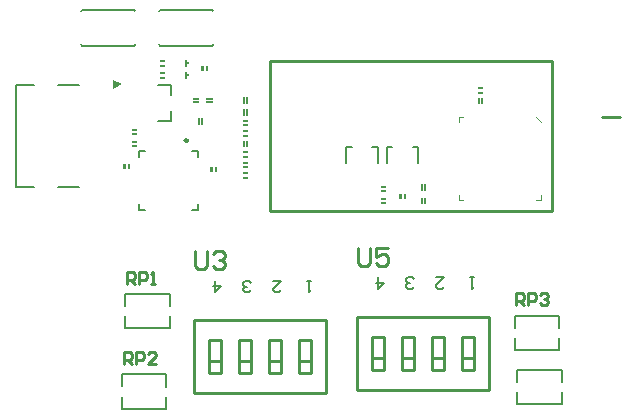
<source format=gto>
G04*
G04 #@! TF.GenerationSoftware,Altium Limited,Altium Designer,19.0.4 (130)*
G04*
G04 Layer_Color=65535*
%FSLAX24Y24*%
%MOIN*%
G70*
G01*
G75*
%ADD10C,0.0098*%
%ADD11C,0.0079*%
%ADD12C,0.0100*%
%ADD13C,0.0010*%
%ADD14C,0.0039*%
%ADD15C,0.0060*%
%ADD16C,0.0080*%
G36*
X4965Y2500D02*
X4835D01*
Y2535D01*
X4965D01*
Y2500D01*
D02*
G37*
G36*
Y2345D02*
X4835D01*
X4835Y2380D01*
X4965D01*
X4965Y2345D01*
D02*
G37*
G36*
X5685Y2465D02*
X5755D01*
Y2415D01*
X5685D01*
Y2335D01*
X5645D01*
Y2545D01*
X5685D01*
Y2465D01*
D02*
G37*
G36*
X6395Y2185D02*
X6360D01*
Y2315D01*
X6395D01*
Y2185D01*
D02*
G37*
G36*
X6240Y2315D02*
Y2185D01*
X6205Y2185D01*
Y2315D01*
X6240Y2315D01*
D02*
G37*
G36*
X4965Y2100D02*
X4835D01*
Y2135D01*
X4965D01*
Y2100D01*
D02*
G37*
G36*
Y1945D02*
X4835D01*
X4835Y1980D01*
X4965D01*
X4965Y1945D01*
D02*
G37*
G36*
X5685Y2065D02*
X5755D01*
Y2015D01*
X5685D01*
Y1935D01*
X5645D01*
Y2145D01*
X5685D01*
Y2065D01*
D02*
G37*
G36*
X15545Y1599D02*
X15415D01*
X15415Y1634D01*
X15545D01*
X15545Y1599D01*
D02*
G37*
G36*
X3550Y1725D02*
X3250Y1575D01*
Y1875D01*
X3550Y1725D01*
D02*
G37*
G36*
X15545Y1444D02*
X15415D01*
Y1479D01*
X15545D01*
Y1444D01*
D02*
G37*
G36*
X6540Y1230D02*
X6360D01*
Y1265D01*
X6540D01*
Y1230D01*
D02*
G37*
G36*
X6090D02*
X5910D01*
Y1265D01*
X6090D01*
Y1230D01*
D02*
G37*
G36*
X6540Y1135D02*
X6360D01*
Y1170D01*
X6540D01*
Y1135D01*
D02*
G37*
G36*
X6090D02*
X5910D01*
Y1170D01*
X6090D01*
Y1135D01*
D02*
G37*
G36*
X7715Y1110D02*
X7680D01*
Y1290D01*
X7715D01*
Y1110D01*
D02*
G37*
G36*
X7620D02*
X7585D01*
Y1290D01*
X7620D01*
Y1110D01*
D02*
G37*
G36*
X15545Y1099D02*
X15510D01*
Y1279D01*
X15545D01*
Y1099D01*
D02*
G37*
G36*
X15450D02*
X15415D01*
Y1279D01*
X15450D01*
Y1099D01*
D02*
G37*
G36*
X7715Y710D02*
X7680D01*
Y890D01*
X7715D01*
Y710D01*
D02*
G37*
G36*
X7620D02*
X7585D01*
Y890D01*
X7620D01*
Y710D01*
D02*
G37*
G36*
X7715Y510D02*
X7585D01*
X7585Y545D01*
X7715D01*
X7715Y510D01*
D02*
G37*
G36*
X6215Y410D02*
X6180D01*
Y590D01*
X6215D01*
Y410D01*
D02*
G37*
G36*
X6120D02*
X6085D01*
Y590D01*
X6120D01*
Y410D01*
D02*
G37*
G36*
X7715Y355D02*
X7585D01*
Y390D01*
X7715D01*
Y355D01*
D02*
G37*
G36*
X4015Y210D02*
X3885D01*
Y245D01*
X4015D01*
Y210D01*
D02*
G37*
G36*
X7715Y160D02*
X7585D01*
X7585Y195D01*
X7715D01*
X7715Y160D01*
D02*
G37*
G36*
X4015Y55D02*
X3885D01*
X3885Y90D01*
X4015D01*
X4015Y55D01*
D02*
G37*
G36*
X7715Y5D02*
X7585D01*
Y40D01*
X7715D01*
Y5D01*
D02*
G37*
G36*
X4015Y-190D02*
X3885D01*
Y-155D01*
X4015D01*
Y-190D01*
D02*
G37*
G36*
X7715Y-340D02*
X7680D01*
Y-160D01*
X7715D01*
Y-340D01*
D02*
G37*
G36*
X7620D02*
X7585D01*
Y-160D01*
X7620D01*
Y-340D01*
D02*
G37*
G36*
X4015Y-345D02*
X3885D01*
X3885Y-310D01*
X4015D01*
X4015Y-345D01*
D02*
G37*
G36*
X7715Y-540D02*
X7585D01*
X7585Y-505D01*
X7715D01*
X7715Y-540D01*
D02*
G37*
G36*
X7715Y-695D02*
X7585D01*
Y-660D01*
X7715D01*
Y-695D01*
D02*
G37*
G36*
X7715Y-890D02*
X7585D01*
X7585Y-855D01*
X7715D01*
X7715Y-890D01*
D02*
G37*
G36*
X7715Y-1045D02*
X7585D01*
Y-1010D01*
X7715D01*
Y-1045D01*
D02*
G37*
G36*
X3795Y-1065D02*
X3760D01*
Y-935D01*
X3795D01*
Y-1065D01*
D02*
G37*
G36*
X3640Y-935D02*
Y-1065D01*
X3605Y-1065D01*
Y-935D01*
X3640Y-935D01*
D02*
G37*
G36*
X6695Y-1165D02*
X6660D01*
Y-1035D01*
X6695D01*
Y-1165D01*
D02*
G37*
G36*
X6540Y-1035D02*
Y-1165D01*
X6505Y-1165D01*
Y-1035D01*
X6540Y-1035D01*
D02*
G37*
G36*
X7715Y-1240D02*
X7585D01*
X7585Y-1205D01*
X7715D01*
X7715Y-1240D01*
D02*
G37*
G36*
X7715Y-1395D02*
X7585D01*
Y-1360D01*
X7715D01*
Y-1395D01*
D02*
G37*
G36*
X12315Y-1690D02*
X12185D01*
Y-1655D01*
X12315D01*
Y-1690D01*
D02*
G37*
G36*
X13665Y-1790D02*
X13630D01*
Y-1610D01*
X13665D01*
Y-1790D01*
D02*
G37*
G36*
X13570D02*
X13535D01*
Y-1610D01*
X13570D01*
Y-1790D01*
D02*
G37*
G36*
X12315Y-1845D02*
X12185D01*
X12185Y-1810D01*
X12315D01*
X12315Y-1845D01*
D02*
G37*
G36*
X12995Y-2065D02*
X12960Y-2065D01*
Y-1935D01*
X12995Y-1935D01*
Y-2065D01*
D02*
G37*
G36*
X12840D02*
X12805D01*
Y-1935D01*
X12840D01*
Y-2065D01*
D02*
G37*
G36*
X12315Y-2090D02*
X12185D01*
X12185Y-2055D01*
X12315D01*
X12315Y-2090D01*
D02*
G37*
G36*
X13665Y-2240D02*
X13630D01*
Y-2060D01*
X13665D01*
Y-2240D01*
D02*
G37*
G36*
X13570D02*
X13535D01*
Y-2060D01*
X13570D01*
Y-2240D01*
D02*
G37*
G36*
X12315Y-2245D02*
X12185D01*
Y-2210D01*
X12315D01*
Y-2245D01*
D02*
G37*
D10*
X5749Y-150D02*
G03*
X5749Y-150I-49J0D01*
G01*
D11*
X5034Y-8355D02*
Y-7946D01*
X3561Y-7946D02*
X5034Y-7946D01*
X3561Y-8347D02*
Y-7946D01*
X3561Y-9095D02*
Y-8686D01*
Y-9095D02*
X5034Y-9095D01*
Y-8702D01*
X5144Y-6405D02*
Y-6012D01*
X3671Y-6405D02*
X5144Y-6405D01*
X3671Y-6405D02*
Y-5996D01*
X3671Y-5657D02*
Y-5256D01*
X5144Y-5256D01*
Y-5665D02*
Y-5256D01*
X18116Y-7141D02*
Y-6747D01*
X16644Y-7141D02*
X18116Y-7141D01*
X16644Y-7141D02*
Y-6731D01*
X16644Y-6393D02*
Y-5991D01*
X18116Y-5991D01*
Y-6401D02*
Y-5991D01*
X18206Y-8941D02*
Y-8547D01*
X16734Y-8941D02*
X18206Y-8941D01*
X16734Y-8941D02*
Y-8531D01*
X16734Y-8193D02*
Y-7791D01*
X18206Y-7791D01*
Y-8201D02*
Y-7791D01*
X13422Y-889D02*
Y-357D01*
X12378Y-889D02*
Y-357D01*
X12377D02*
X12556D01*
X13244D02*
X13422D01*
X12072Y-889D02*
Y-357D01*
X11028Y-889D02*
Y-357D01*
X11027D02*
X11206D01*
X11894D02*
X12072D01*
X5204Y490D02*
Y824D01*
X4771Y490D02*
X5204D01*
Y1376D02*
Y1710D01*
X4771D02*
X5204D01*
D12*
X6450Y-6810D02*
X6850D01*
X6450Y-7910D02*
Y-6810D01*
Y-7910D02*
X6850D01*
Y-6810D01*
X6500Y-7510D02*
X6850D01*
X7450Y-6810D02*
X7850D01*
X7450Y-7910D02*
Y-6810D01*
Y-7910D02*
X7850D01*
Y-6810D01*
X7500Y-7510D02*
X7850D01*
X8450Y-6810D02*
X8850D01*
X8450Y-7910D02*
Y-6810D01*
Y-7910D02*
X8850D01*
Y-6810D01*
X8500Y-7510D02*
X8850D01*
X9500D02*
X9850D01*
X9450Y-6810D02*
X9850D01*
X9450Y-7910D02*
Y-6810D01*
Y-7910D02*
X9850D01*
Y-6810D01*
X5945Y-6140D02*
X10355D01*
X5945Y-8580D02*
Y-6140D01*
Y-8580D02*
X10355D01*
Y-6140D01*
X11890Y-6690D02*
X12290D01*
X11890Y-7790D02*
Y-6690D01*
Y-7790D02*
X12290D01*
Y-6690D01*
X11940Y-7390D02*
X12290D01*
X12890Y-6690D02*
X13290D01*
X12890Y-7790D02*
Y-6690D01*
Y-7790D02*
X13290D01*
Y-6690D01*
X12940Y-7390D02*
X13290D01*
X13890Y-6690D02*
X14290D01*
X13890Y-7790D02*
Y-6690D01*
Y-7790D02*
X14290D01*
Y-6690D01*
X13940Y-7390D02*
X14290D01*
X14940D02*
X15290D01*
X14890Y-6690D02*
X15290D01*
X14890Y-7790D02*
Y-6690D01*
Y-7790D02*
X15290D01*
Y-6690D01*
X11385Y-6020D02*
X15795D01*
X11385Y-8460D02*
Y-6020D01*
Y-8460D02*
X15795D01*
Y-6020D01*
X8500Y-2500D02*
X17900D01*
Y2500D01*
X8500Y-2500D02*
Y2500D01*
X17900D01*
X19550Y620D02*
X20160D01*
X11431Y-3719D02*
Y-4219D01*
X11531Y-4319D01*
X11731D01*
X11831Y-4219D01*
Y-3719D01*
X12431D02*
X12031D01*
Y-4019D01*
X12231Y-3919D01*
X12331D01*
X12431Y-4019D01*
Y-4219D01*
X12331Y-4319D01*
X12131D01*
X12031Y-4219D01*
X5991Y-3839D02*
Y-4339D01*
X6091Y-4439D01*
X6291D01*
X6391Y-4339D01*
Y-3839D01*
X6591Y-3939D02*
X6691Y-3839D01*
X6891D01*
X6991Y-3939D01*
Y-4039D01*
X6891Y-4139D01*
X6791D01*
X6891D01*
X6991Y-4239D01*
Y-4339D01*
X6891Y-4439D01*
X6691D01*
X6591Y-4339D01*
X16701Y-5649D02*
Y-5249D01*
X16901D01*
X16968Y-5316D01*
Y-5449D01*
X16901Y-5516D01*
X16701D01*
X16835D02*
X16968Y-5649D01*
X17101D02*
Y-5249D01*
X17301D01*
X17368Y-5316D01*
Y-5449D01*
X17301Y-5516D01*
X17101D01*
X17501Y-5316D02*
X17568Y-5249D01*
X17701D01*
X17768Y-5316D01*
Y-5382D01*
X17701Y-5449D01*
X17634D01*
X17701D01*
X17768Y-5516D01*
Y-5582D01*
X17701Y-5649D01*
X17568D01*
X17501Y-5582D01*
X3625Y-7609D02*
Y-7209D01*
X3825D01*
X3891Y-7276D01*
Y-7409D01*
X3825Y-7476D01*
X3625D01*
X3758D02*
X3891Y-7609D01*
X4025D02*
Y-7209D01*
X4225D01*
X4291Y-7276D01*
Y-7409D01*
X4225Y-7476D01*
X4025D01*
X4691Y-7609D02*
X4425D01*
X4691Y-7342D01*
Y-7276D01*
X4625Y-7209D01*
X4491D01*
X4425Y-7276D01*
X3736Y-4919D02*
Y-4519D01*
X3936D01*
X4003Y-4586D01*
Y-4719D01*
X3936Y-4786D01*
X3736D01*
X3870D02*
X4003Y-4919D01*
X4136D02*
Y-4519D01*
X4336D01*
X4403Y-4586D01*
Y-4719D01*
X4336Y-4786D01*
X4136D01*
X4536Y-4919D02*
X4669D01*
X4603D01*
Y-4519D01*
X4536Y-4586D01*
D13*
X13535Y-2060D02*
X13570D01*
X13535Y-2240D02*
X13570D01*
Y-2060D01*
X13535Y-2240D02*
Y-2060D01*
X13665Y-2240D02*
Y-2060D01*
X13630Y-2240D02*
Y-2060D01*
X13665D01*
X13630Y-2240D02*
X13665D01*
X6090Y1230D02*
Y1265D01*
X5910Y1230D02*
Y1265D01*
Y1230D02*
X6090D01*
X5910Y1265D02*
X6090D01*
X5910Y1135D02*
X6090D01*
X5910Y1170D02*
X6090D01*
Y1135D02*
Y1170D01*
X5910Y1135D02*
Y1170D01*
X12185Y-1655D02*
X12315D01*
Y-1690D02*
Y-1655D01*
X12185Y-1690D02*
X12315D01*
X12185D02*
Y-1655D01*
X12315Y-1845D02*
Y-1810D01*
X12185D02*
X12315D01*
X12185Y-1845D02*
Y-1810D01*
Y-1845D02*
X12315D01*
X12185Y-2245D02*
X12315D01*
X12185D02*
Y-2210D01*
X12315D01*
Y-2245D02*
Y-2210D01*
X12185Y-2090D02*
Y-2055D01*
Y-2090D02*
X12315D01*
Y-2055D01*
X12185D02*
X12315D01*
X6180Y410D02*
X6215D01*
X6180Y590D02*
X6215D01*
X6180Y410D02*
Y590D01*
X6215Y410D02*
Y590D01*
X6085Y410D02*
Y590D01*
X6120Y410D02*
Y590D01*
X6085Y410D02*
X6120D01*
X6085Y590D02*
X6120D01*
X6360Y1135D02*
Y1170D01*
X6540Y1135D02*
Y1170D01*
X6360D02*
X6540D01*
X6360Y1135D02*
X6540D01*
X6360Y1265D02*
X6540D01*
X6360Y1230D02*
X6540D01*
X6360D02*
Y1265D01*
X6540Y1230D02*
Y1265D01*
X3605Y-1065D02*
Y-935D01*
X3640D01*
Y-1065D02*
Y-935D01*
X3605Y-1065D02*
X3640D01*
X3760Y-935D02*
X3795D01*
X3760Y-1065D02*
Y-935D01*
Y-1065D02*
X3795D01*
Y-935D01*
X12995Y-2065D02*
Y-1935D01*
X12960Y-2065D02*
X12995D01*
X12960D02*
Y-1935D01*
X12995D01*
X12805Y-2065D02*
X12840D01*
Y-1935D01*
X12805D02*
X12840D01*
X12805Y-2065D02*
Y-1935D01*
X6505Y-1165D02*
Y-1035D01*
X6540D01*
Y-1165D02*
Y-1035D01*
X6505Y-1165D02*
X6540D01*
X6660Y-1035D02*
X6695D01*
X6660Y-1165D02*
Y-1035D01*
Y-1165D02*
X6695D01*
Y-1035D01*
X13630Y-1790D02*
X13665D01*
X13630Y-1610D02*
X13665D01*
X13630Y-1790D02*
Y-1610D01*
X13665Y-1790D02*
Y-1610D01*
X13535Y-1790D02*
Y-1610D01*
X13570Y-1790D02*
Y-1610D01*
X13535Y-1790D02*
X13570D01*
X13535Y-1610D02*
X13570D01*
X15415Y1634D02*
X15545D01*
Y1599D02*
Y1634D01*
X15415Y1599D02*
X15545D01*
X15415D02*
Y1634D01*
X15545Y1444D02*
Y1479D01*
X15415D02*
X15545D01*
X15415Y1444D02*
Y1479D01*
Y1444D02*
X15545D01*
X15415Y1279D02*
X15450D01*
X15415Y1099D02*
X15450D01*
Y1279D01*
X15415Y1099D02*
Y1279D01*
X15545Y1099D02*
Y1279D01*
X15510Y1099D02*
Y1279D01*
X15545D01*
X15510Y1099D02*
X15545D01*
X3885Y-345D02*
X4015D01*
X3885D02*
Y-310D01*
X4015D01*
Y-345D02*
Y-310D01*
X3885Y-190D02*
Y-155D01*
Y-190D02*
X4015D01*
Y-155D01*
X3885D02*
X4015D01*
X3885Y55D02*
X4015D01*
X3885D02*
Y90D01*
X4015D01*
Y55D02*
Y90D01*
X3885Y210D02*
Y245D01*
Y210D02*
X4015D01*
Y245D01*
X3885D02*
X4015D01*
X7680Y710D02*
X7715D01*
X7680Y890D02*
X7715D01*
X7680Y710D02*
Y890D01*
X7715Y710D02*
Y890D01*
X7585Y710D02*
Y890D01*
X7620Y710D02*
Y890D01*
X7585Y710D02*
X7620D01*
X7585Y890D02*
X7620D01*
X5645Y2145D02*
X5685D01*
Y2015D02*
X5755D01*
X5685Y2065D02*
X5755D01*
X5645Y1935D02*
X5685D01*
Y2015D01*
X5755D02*
Y2065D01*
X5685D02*
Y2145D01*
X5645Y1935D02*
Y2145D01*
X4835Y1945D02*
X4965D01*
X4835D02*
Y1980D01*
X4965D01*
Y1945D02*
Y1980D01*
X4835Y2100D02*
Y2135D01*
Y2100D02*
X4965D01*
Y2135D01*
X4835D02*
X4965D01*
X5645Y2545D02*
X5685D01*
Y2415D02*
X5755D01*
X5685Y2465D02*
X5755D01*
X5645Y2335D02*
X5685D01*
Y2415D01*
X5755D02*
Y2465D01*
X5685D02*
Y2545D01*
X5645Y2335D02*
Y2545D01*
X4835Y2345D02*
X4965D01*
X4835D02*
Y2380D01*
X4965D01*
Y2345D02*
Y2380D01*
X4835Y2500D02*
Y2535D01*
Y2500D02*
X4965D01*
Y2535D01*
X4835D02*
X4965D01*
X7585Y-855D02*
X7715D01*
Y-890D02*
Y-855D01*
X7585Y-890D02*
X7715D01*
X7585D02*
Y-855D01*
X7715Y-1045D02*
Y-1010D01*
X7585D02*
X7715D01*
X7585Y-1045D02*
Y-1010D01*
Y-1045D02*
X7715D01*
X7585Y-1205D02*
X7715D01*
Y-1240D02*
Y-1205D01*
X7585Y-1240D02*
X7715D01*
X7585D02*
Y-1205D01*
X7715Y-1395D02*
Y-1360D01*
X7585D02*
X7715D01*
X7585Y-1395D02*
Y-1360D01*
Y-1395D02*
X7715D01*
X7585Y-505D02*
X7715D01*
Y-540D02*
Y-505D01*
X7585Y-540D02*
X7715D01*
X7585D02*
Y-505D01*
X7715Y-695D02*
Y-660D01*
X7585D02*
X7715D01*
X7585Y-695D02*
Y-660D01*
Y-695D02*
X7715D01*
X6205Y2185D02*
Y2315D01*
X6240D01*
Y2185D02*
Y2315D01*
X6205Y2185D02*
X6240D01*
X6360Y2315D02*
X6395D01*
X6360Y2185D02*
Y2315D01*
Y2185D02*
X6395D01*
Y2315D01*
X7585Y195D02*
X7715D01*
Y160D02*
Y195D01*
X7585Y160D02*
X7715D01*
X7585D02*
Y195D01*
X7715Y5D02*
Y40D01*
X7585D02*
X7715D01*
X7585Y5D02*
Y40D01*
Y5D02*
X7715D01*
X7585Y545D02*
X7715D01*
Y510D02*
Y545D01*
X7585Y510D02*
X7715D01*
X7585D02*
Y545D01*
X7715Y355D02*
Y390D01*
X7585D02*
X7715D01*
X7585Y355D02*
Y390D01*
Y355D02*
X7715D01*
X7680Y-340D02*
X7715D01*
X7680Y-160D02*
X7715D01*
X7680Y-340D02*
Y-160D01*
X7715Y-340D02*
Y-160D01*
X7585Y-340D02*
Y-160D01*
X7620Y-340D02*
Y-160D01*
X7585Y-340D02*
X7620D01*
X7585Y-160D02*
X7620D01*
X7680Y1110D02*
X7715D01*
X7680Y1290D02*
X7715D01*
X7680Y1110D02*
Y1290D01*
X7715Y1110D02*
Y1290D01*
X7585Y1110D02*
Y1290D01*
X7620Y1110D02*
Y1290D01*
X7585Y1110D02*
X7620D01*
X7585Y1290D02*
X7620D01*
D14*
X17370Y628D02*
X17528Y470D01*
X14772Y-2128D02*
X14930D01*
X14772Y470D02*
Y628D01*
X14930D01*
X14772Y-2128D02*
Y-1970D01*
X17528Y-2128D02*
Y-1970D01*
X17370Y-2128D02*
X17528D01*
D15*
X4115Y-515D02*
X4318D01*
X5882D02*
X6085D01*
Y-2485D02*
Y-2282D01*
X4115Y-2485D02*
X4318D01*
X4115Y-718D02*
Y-515D01*
X6085Y-718D02*
Y-515D01*
X4115Y-2485D02*
Y-2282D01*
X5882Y-2485D02*
X6085D01*
X6560Y4190D02*
X6600Y4150D01*
X4840Y4190D02*
X6560D01*
X6570Y3010D02*
X6610Y3050D01*
X4830Y3010D02*
X6570D01*
X4790Y3050D02*
X4830Y3010D01*
X4800Y4150D02*
X4840Y4190D01*
X3960D02*
X4000Y4150D01*
X2240Y4190D02*
X3960D01*
X3970Y3010D02*
X4010Y3050D01*
X2230Y3010D02*
X3970D01*
X2190Y3050D02*
X2230Y3010D01*
X2200Y4150D02*
X2240Y4190D01*
D16*
X34Y-1703D02*
Y1703D01*
X636D01*
X1436Y1700D02*
X2136D01*
X34Y-1703D02*
X636D01*
X1436Y-1700D02*
X2136D01*
X9850Y-4821D02*
X9721D01*
X9786D01*
Y-5207D01*
X9850Y-5142D01*
X8593Y-4829D02*
X8850D01*
X8593Y-5086D01*
Y-5150D01*
X8657Y-5215D01*
X8786D01*
X8850Y-5150D01*
X7850D02*
X7786Y-5215D01*
X7657D01*
X7593Y-5150D01*
Y-5086D01*
X7657Y-5022D01*
X7721D01*
X7657D01*
X7593Y-4957D01*
Y-4893D01*
X7657Y-4829D01*
X7786D01*
X7850Y-4893D01*
X6657Y-4821D02*
Y-5207D01*
X6850Y-5014D01*
X6593D01*
X15290Y-4701D02*
X15161D01*
X15226D01*
Y-5087D01*
X15290Y-5022D01*
X14033Y-4709D02*
X14290D01*
X14033Y-4966D01*
Y-5030D01*
X14097Y-5095D01*
X14226D01*
X14290Y-5030D01*
X13290D02*
X13226Y-5095D01*
X13097D01*
X13033Y-5030D01*
Y-4966D01*
X13097Y-4902D01*
X13161D01*
X13097D01*
X13033Y-4837D01*
Y-4773D01*
X13097Y-4709D01*
X13226D01*
X13290Y-4773D01*
X12097Y-4701D02*
Y-5087D01*
X12290Y-4894D01*
X12033D01*
M02*

</source>
